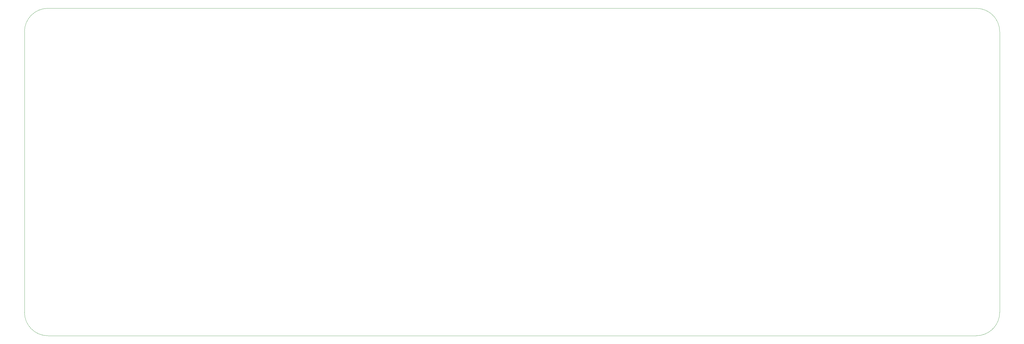
<source format=gm1>
%TF.GenerationSoftware,KiCad,Pcbnew,(5.1.6)-1*%
%TF.CreationDate,2020-07-27T20:44:57-04:00*%
%TF.ProjectId,keyboard,6b657962-6f61-4726-942e-6b696361645f,rev?*%
%TF.SameCoordinates,Original*%
%TF.FileFunction,Profile,NP*%
%FSLAX46Y46*%
G04 Gerber Fmt 4.6, Leading zero omitted, Abs format (unit mm)*
G04 Created by KiCad (PCBNEW (5.1.6)-1) date 2020-07-27 20:44:57*
%MOMM*%
%LPD*%
G01*
G04 APERTURE LIST*
%TA.AperFunction,Profile*%
%ADD10C,0.050000*%
%TD*%
G04 APERTURE END LIST*
D10*
X361950000Y-198437500D02*
X361950000Y-103187500D01*
X39687500Y-95250000D02*
X354012500Y-95250000D01*
X31750000Y-198437500D02*
X31750000Y-103187500D01*
X354012500Y-206375000D02*
X39687500Y-206375000D01*
X354012500Y-95250000D02*
G75*
G02*
X361950000Y-103187500I0J-7937500D01*
G01*
X361950000Y-198437500D02*
G75*
G02*
X354012500Y-206375000I-7937500J0D01*
G01*
X31750000Y-103187500D02*
G75*
G02*
X39687500Y-95250000I7937500J0D01*
G01*
X39687500Y-206375000D02*
G75*
G02*
X31750000Y-198437500I0J7937500D01*
G01*
M02*

</source>
